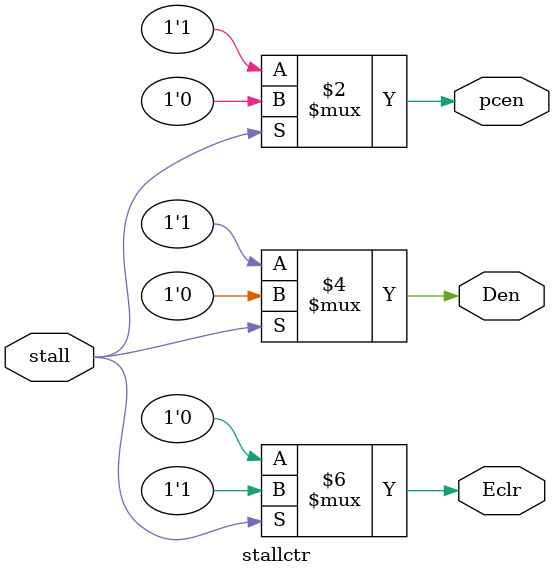
<source format=v>
`timescale 1ns / 1ps
module stallctr(
    input stall,
    output pcen,
    output Den,
    output Eclr
    );
	 assign pcen = (stall==1)?1'b0:1'b1;
	 assign Den = (stall==1)?1'b0:1'b1;
	 assign Eclr = (stall==1)?1'b1:1'b0;


endmodule

</source>
